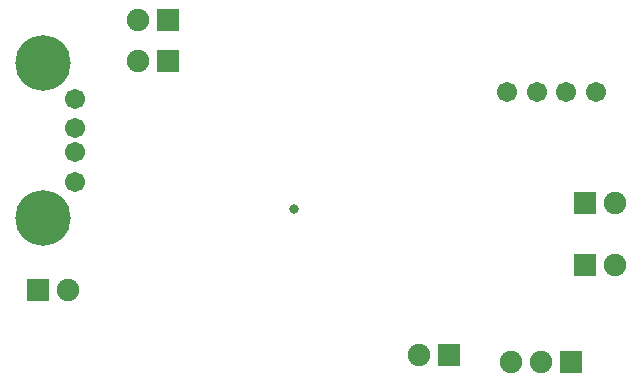
<source format=gbs>
G04*
G04 #@! TF.GenerationSoftware,Altium Limited,Altium Designer,19.1.9 (167)*
G04*
G04 Layer_Color=16711935*
%FSLAX25Y25*%
%MOIN*%
G70*
G01*
G75*
%ADD54C,0.06706*%
%ADD55C,0.18517*%
%ADD56C,0.07493*%
%ADD57R,0.07493X0.07493*%
%ADD58C,0.03200*%
D54*
X41476Y120748D02*
D03*
Y110906D02*
D03*
Y103032D02*
D03*
Y93189D02*
D03*
X185531Y123031D02*
D03*
X195374D02*
D03*
X205217D02*
D03*
X215059D02*
D03*
D55*
X30807Y132835D02*
D03*
Y81102D02*
D03*
D56*
X39173Y56890D02*
D03*
X62598Y146949D02*
D03*
X62563Y133343D02*
D03*
X221358Y65453D02*
D03*
X196902Y33154D02*
D03*
X186902D02*
D03*
X156102Y35433D02*
D03*
X221358Y85925D02*
D03*
D57*
X29173Y56890D02*
D03*
X72598Y146949D02*
D03*
X72563Y133343D02*
D03*
X211358Y65453D02*
D03*
X206902Y33154D02*
D03*
X166102Y35433D02*
D03*
X211358Y85925D02*
D03*
D58*
X114469Y84153D02*
D03*
M02*

</source>
